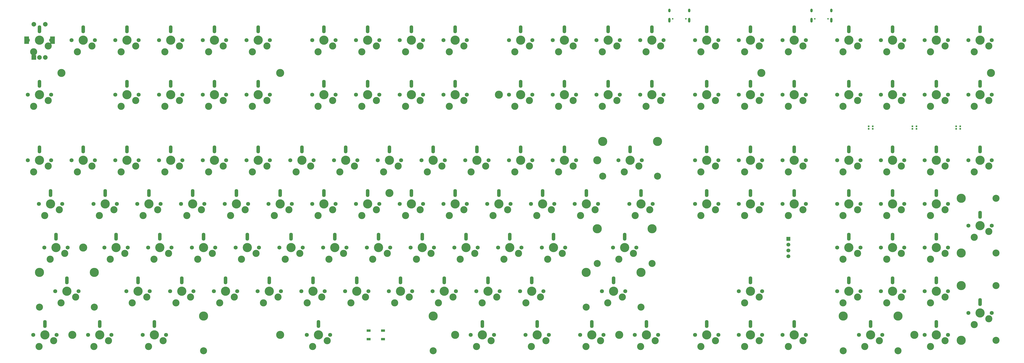
<source format=gbr>
%TF.GenerationSoftware,KiCad,Pcbnew,7.0.3*%
%TF.CreationDate,2023-05-24T16:07:10-04:00*%
%TF.ProjectId,100p-keebored,31303070-2d6b-4656-9562-6f7265642e6b,rev?*%
%TF.SameCoordinates,Original*%
%TF.FileFunction,Soldermask,Top*%
%TF.FilePolarity,Negative*%
%FSLAX46Y46*%
G04 Gerber Fmt 4.6, Leading zero omitted, Abs format (unit mm)*
G04 Created by KiCad (PCBNEW 7.0.3) date 2023-05-24 16:07:10*
%MOMM*%
%LPD*%
G01*
G04 APERTURE LIST*
%ADD10C,1.750000*%
%ADD11C,3.100000*%
%ADD12C,4.000000*%
%ADD13C,3.500000*%
%ADD14R,2.000000X2.000000*%
%ADD15C,2.000000*%
%ADD16R,2.000000X3.200000*%
%ADD17R,0.700000X0.700000*%
%ADD18C,3.048000*%
%ADD19C,3.987800*%
%ADD20R,1.800000X1.100000*%
%ADD21R,1.700000X1.700000*%
%ADD22C,1.700000*%
%ADD23O,1.500000X3.500000*%
%ADD24C,0.650000*%
%ADD25O,1.000000X1.600000*%
%ADD26O,1.000000X2.100000*%
G04 APERTURE END LIST*
D10*
%TO.C,SW10*%
X260731000Y-76504800D03*
D11*
X259461000Y-79044800D03*
D12*
X255651000Y-76504800D03*
D11*
X253111000Y-81584800D03*
D10*
X250571000Y-76504800D03*
%TD*%
%TO.C,SW127*%
X408368500Y-205092300D03*
D11*
X407098500Y-207632300D03*
D12*
X403288500Y-205092300D03*
D11*
X400748500Y-210172300D03*
D10*
X398208500Y-205092300D03*
%TD*%
%TO.C,SW96*%
X334549750Y-166992300D03*
D11*
X333279750Y-169532300D03*
D12*
X329469750Y-166992300D03*
D11*
X326929750Y-172072300D03*
D10*
X324389750Y-166992300D03*
%TD*%
D13*
%TO.C,*%
X317563536Y-128892320D03*
%TD*%
D10*
%TO.C,SW78*%
X389318500Y-147942300D03*
D11*
X388048500Y-150482300D03*
D12*
X384238500Y-147942300D03*
D11*
X381698500Y-153022300D03*
D10*
X379158500Y-147942300D03*
%TD*%
%TO.C,SW115*%
X470281000Y-186042300D03*
D11*
X469011000Y-188582300D03*
D12*
X465201000Y-186042300D03*
D11*
X462661000Y-191122300D03*
D10*
X460121000Y-186042300D03*
%TD*%
%TO.C,SW73*%
X279781000Y-147942300D03*
D11*
X278511000Y-150482300D03*
D12*
X274701000Y-147942300D03*
D11*
X272161000Y-153022300D03*
D10*
X269621000Y-147942300D03*
%TD*%
%TO.C,SW50*%
X232156000Y-128892300D03*
D11*
X230886000Y-131432300D03*
D12*
X227076000Y-128892300D03*
D11*
X224536000Y-133972300D03*
D10*
X221996000Y-128892300D03*
%TD*%
D14*
%TO.C,SW130*%
X72176000Y-84004800D03*
D15*
X77176000Y-84004800D03*
X74676000Y-84004800D03*
D16*
X69076000Y-76504800D03*
X80276000Y-76504800D03*
D15*
X77176000Y-69504800D03*
X72176000Y-69504800D03*
%TD*%
D10*
%TO.C,SW69*%
X203581000Y-147942300D03*
D11*
X202311000Y-150482300D03*
D12*
X198501000Y-147942300D03*
D11*
X195961000Y-153022300D03*
D10*
X193421000Y-147942300D03*
%TD*%
%TO.C,SW19*%
X451231000Y-76504800D03*
D11*
X449961000Y-79044800D03*
D12*
X446151000Y-76504800D03*
D11*
X443611000Y-81584800D03*
D10*
X441071000Y-76504800D03*
%TD*%
%TO.C,SW125*%
X370268500Y-205092300D03*
D11*
X368998500Y-207632300D03*
D12*
X365188500Y-205092300D03*
D11*
X362648500Y-210172300D03*
D10*
X360108500Y-205092300D03*
%TD*%
%TO.C,SW76*%
X341693500Y-147942300D03*
D11*
X340423500Y-150482300D03*
D12*
X336613500Y-147942300D03*
D11*
X334073500Y-153022300D03*
D10*
X331533500Y-147942300D03*
%TD*%
%TO.C,SW4*%
X136906000Y-76504800D03*
D11*
X135636000Y-79044800D03*
D12*
X131826000Y-76504800D03*
D11*
X129286000Y-81584800D03*
D10*
X126746000Y-76504800D03*
%TD*%
D13*
%TO.C,*%
X489013392Y-90792352D03*
%TD*%
D10*
%TO.C,SW51*%
X251206000Y-128892300D03*
D11*
X249936000Y-131432300D03*
D12*
X246126000Y-128892300D03*
D11*
X243586000Y-133972300D03*
D10*
X241046000Y-128892300D03*
%TD*%
%TO.C,SW12*%
X308356000Y-76504800D03*
D11*
X307086000Y-79044800D03*
D12*
X303276000Y-76504800D03*
D11*
X300736000Y-81584800D03*
D10*
X298196000Y-76504800D03*
%TD*%
%TO.C,SW71*%
X241681000Y-147942300D03*
D11*
X240411000Y-150482300D03*
D12*
X236601000Y-147942300D03*
D11*
X234061000Y-153022300D03*
D10*
X231521000Y-147942300D03*
%TD*%
%TO.C,SW126*%
X389318500Y-205092300D03*
D11*
X388048500Y-207632300D03*
D12*
X384238500Y-205092300D03*
D11*
X381698500Y-210172300D03*
D10*
X379158500Y-205092300D03*
%TD*%
%TO.C,SW119*%
X129762250Y-205092300D03*
D11*
X128492250Y-207632300D03*
D12*
X124682250Y-205092300D03*
D11*
X122142250Y-210172300D03*
D10*
X119602250Y-205092300D03*
%TD*%
%TO.C,SW107*%
X236918500Y-186042300D03*
D11*
X235648500Y-188582300D03*
D12*
X231838500Y-186042300D03*
D11*
X229298500Y-191122300D03*
D10*
X226758500Y-186042300D03*
%TD*%
%TO.C,SW27*%
X203581000Y-100317300D03*
D11*
X202311000Y-102857300D03*
D12*
X198501000Y-100317300D03*
D11*
X195961000Y-105397300D03*
D10*
X193421000Y-100317300D03*
%TD*%
%TO.C,SW48*%
X194056000Y-128892300D03*
D11*
X192786000Y-131432300D03*
D12*
X188976000Y-128892300D03*
D11*
X186436000Y-133972300D03*
D10*
X183896000Y-128892300D03*
%TD*%
%TO.C,SW81*%
X451231000Y-147942300D03*
D11*
X449961000Y-150482300D03*
D12*
X446151000Y-147942300D03*
D11*
X443611000Y-153022300D03*
D10*
X441071000Y-147942300D03*
%TD*%
%TO.C,SW24*%
X136906000Y-100317300D03*
D11*
X135636000Y-102857300D03*
D12*
X131826000Y-100317300D03*
D11*
X129286000Y-105397300D03*
D10*
X126746000Y-100317300D03*
%TD*%
%TO.C,SW62*%
X489331000Y-128892300D03*
D11*
X488061000Y-131432300D03*
D12*
X484251000Y-128892300D03*
D11*
X481711000Y-133972300D03*
D10*
X479171000Y-128892300D03*
%TD*%
%TO.C,SW23*%
X117856000Y-100317300D03*
D11*
X116586000Y-102857300D03*
D12*
X112776000Y-100317300D03*
D11*
X110236000Y-105397300D03*
D10*
X107696000Y-100317300D03*
%TD*%
D17*
%TO.C,D131*%
X473810904Y-114054832D03*
X473810904Y-115154832D03*
X475640904Y-115154832D03*
X475640904Y-114054832D03*
%TD*%
D10*
%TO.C,SW88*%
X170243500Y-166992300D03*
D11*
X168973500Y-169532300D03*
D12*
X165163500Y-166992300D03*
D11*
X162623500Y-172072300D03*
D10*
X160083500Y-166992300D03*
%TD*%
%TO.C,SW105*%
X198818500Y-186042300D03*
D11*
X197548500Y-188582300D03*
D12*
X193738500Y-186042300D03*
D11*
X191198500Y-191122300D03*
D10*
X188658500Y-186042300D03*
%TD*%
%TO.C,SW8*%
X222631000Y-76504800D03*
D11*
X221361000Y-79044800D03*
D12*
X217551000Y-76504800D03*
D11*
X215011000Y-81584800D03*
D10*
X212471000Y-76504800D03*
%TD*%
%TO.C,SW117*%
X82137250Y-205092300D03*
D11*
X80867250Y-207632300D03*
D12*
X77057250Y-205092300D03*
D11*
X74517250Y-210172300D03*
D10*
X71977250Y-205092300D03*
%TD*%
%TO.C,SW79*%
X408368500Y-147942300D03*
D11*
X407098500Y-150482300D03*
D12*
X403288500Y-147942300D03*
D11*
X400748500Y-153022300D03*
D10*
X398208500Y-147942300D03*
%TD*%
D13*
%TO.C,*%
X179451152Y-205092256D03*
%TD*%
D10*
%TO.C,SW66*%
X146431000Y-147942300D03*
D11*
X145161000Y-150482300D03*
D12*
X141351000Y-147942300D03*
D11*
X138811000Y-153022300D03*
D10*
X136271000Y-147942300D03*
%TD*%
%TO.C,SW30*%
X260731000Y-100317300D03*
D11*
X259461000Y-102857300D03*
D12*
X255651000Y-100317300D03*
D11*
X253111000Y-105397300D03*
D10*
X250571000Y-100317300D03*
%TD*%
%TO.C,SW87*%
X151193500Y-166992300D03*
D11*
X149923500Y-169532300D03*
D12*
X146113500Y-166992300D03*
D11*
X143573500Y-172072300D03*
D10*
X141033500Y-166992300D03*
%TD*%
D13*
%TO.C,*%
X84201232Y-90792352D03*
%TD*%
D10*
%TO.C,SW68*%
X184531000Y-147942300D03*
D11*
X183261000Y-150482300D03*
D12*
X179451000Y-147942300D03*
D11*
X176911000Y-153022300D03*
D10*
X174371000Y-147942300D03*
%TD*%
%TO.C,SW15*%
X370268500Y-76504800D03*
D11*
X368998500Y-79044800D03*
D12*
X365188500Y-76504800D03*
D11*
X362648500Y-81584800D03*
D10*
X360108500Y-76504800D03*
%TD*%
%TO.C,SW25*%
X155956000Y-100317300D03*
D11*
X154686000Y-102857300D03*
D12*
X150876000Y-100317300D03*
D11*
X148336000Y-105397300D03*
D10*
X145796000Y-100317300D03*
%TD*%
%TO.C,SW89*%
X189293500Y-166992300D03*
D11*
X188023500Y-169532300D03*
D12*
X184213500Y-166992300D03*
D11*
X181673500Y-172072300D03*
D10*
X179133500Y-166992300D03*
%TD*%
%TO.C,SW39*%
X451231000Y-100317300D03*
D11*
X449961000Y-102857300D03*
D12*
X446151000Y-100317300D03*
D11*
X443611000Y-105397300D03*
D10*
X441071000Y-100317300D03*
%TD*%
%TO.C,SW102*%
X141668500Y-186042300D03*
D11*
X140398500Y-188582300D03*
D12*
X136588500Y-186042300D03*
D11*
X134048500Y-191122300D03*
D10*
X131508500Y-186042300D03*
%TD*%
%TO.C,SW70*%
X222631000Y-147942300D03*
D11*
X221361000Y-150482300D03*
D12*
X217551000Y-147942300D03*
D11*
X215011000Y-153022300D03*
D10*
X212471000Y-147942300D03*
%TD*%
D13*
%TO.C,*%
X274701072Y-100317344D03*
%TD*%
D10*
%TO.C,SW77*%
X370268500Y-147942300D03*
D11*
X368998500Y-150482300D03*
D12*
X365188500Y-147942300D03*
D11*
X362648500Y-153022300D03*
D10*
X360108500Y-147942300D03*
%TD*%
%TO.C,SW59*%
X432181000Y-128892300D03*
D11*
X430911000Y-131432300D03*
D12*
X427101000Y-128892300D03*
D11*
X424561000Y-133972300D03*
D10*
X422021000Y-128892300D03*
%TD*%
D18*
%TO.C,REF\u002A\u002A*%
X491236000Y-183629300D03*
D19*
X476026000Y-183629300D03*
D18*
X491236000Y-207505300D03*
D19*
X476026000Y-207505300D03*
%TD*%
D10*
%TO.C,SW114*%
X451231000Y-186042300D03*
D11*
X449961000Y-188582300D03*
D12*
X446151000Y-186042300D03*
D11*
X443611000Y-191122300D03*
D10*
X441071000Y-186042300D03*
%TD*%
%TO.C,SW11*%
X289306000Y-76504800D03*
D11*
X288036000Y-79044800D03*
D12*
X284226000Y-76504800D03*
D11*
X281686000Y-81584800D03*
D10*
X279146000Y-76504800D03*
%TD*%
%TO.C,SW22*%
X79756000Y-100317300D03*
D11*
X78486000Y-102857300D03*
D12*
X74676000Y-100317300D03*
D11*
X72136000Y-105397300D03*
D10*
X69596000Y-100317300D03*
%TD*%
%TO.C,SW61*%
X470281000Y-128892300D03*
D11*
X469011000Y-131432300D03*
D12*
X465201000Y-128892300D03*
D11*
X462661000Y-133972300D03*
D10*
X460121000Y-128892300D03*
%TD*%
%TO.C,SW6*%
X175006000Y-76504800D03*
D11*
X173736000Y-79044800D03*
D12*
X169926000Y-76504800D03*
D11*
X167386000Y-81584800D03*
D10*
X164846000Y-76504800D03*
%TD*%
%TO.C,SW97*%
X432181000Y-166992300D03*
D11*
X430911000Y-169532300D03*
D12*
X427101000Y-166992300D03*
D11*
X424561000Y-172072300D03*
D10*
X422021000Y-166992300D03*
%TD*%
%TO.C,SW21*%
X489331000Y-76504800D03*
D11*
X488061000Y-79044800D03*
D12*
X484251000Y-76504800D03*
D11*
X481711000Y-81584800D03*
D10*
X479171000Y-76504800D03*
%TD*%
%TO.C,SW29*%
X241681000Y-100317300D03*
D11*
X240411000Y-102857300D03*
D12*
X236601000Y-100317300D03*
D11*
X234061000Y-105397300D03*
D10*
X231521000Y-100317300D03*
%TD*%
%TO.C,SW63*%
X84518500Y-147942300D03*
D11*
X83248500Y-150482300D03*
D12*
X79438500Y-147942300D03*
D11*
X76898500Y-153022300D03*
D10*
X74358500Y-147942300D03*
%TD*%
%TO.C,SW124*%
X344074750Y-205092300D03*
D11*
X342804750Y-207632300D03*
D12*
X338994750Y-205092300D03*
D11*
X336454750Y-210172300D03*
D10*
X333914750Y-205092300D03*
%TD*%
%TO.C,SW17*%
X408368500Y-76504800D03*
D11*
X407098500Y-79044800D03*
D12*
X403288500Y-76504800D03*
D11*
X400748500Y-81584800D03*
D10*
X398208500Y-76504800D03*
%TD*%
%TO.C,SW49*%
X213106000Y-128892300D03*
D11*
X211836000Y-131432300D03*
D12*
X208026000Y-128892300D03*
D11*
X205486000Y-133972300D03*
D10*
X202946000Y-128892300D03*
%TD*%
D13*
%TO.C,*%
X327088528Y-205092256D03*
%TD*%
D10*
%TO.C,SW122*%
X296449750Y-205092300D03*
D11*
X295179750Y-207632300D03*
D12*
X291369750Y-205092300D03*
D11*
X288829750Y-210172300D03*
D10*
X286289750Y-205092300D03*
%TD*%
%TO.C,SW16*%
X389318500Y-76504800D03*
D11*
X388048500Y-79044800D03*
D12*
X384238500Y-76504800D03*
D11*
X381698500Y-81584800D03*
D10*
X379158500Y-76504800D03*
%TD*%
%TO.C,SW120*%
X201199750Y-205092300D03*
D11*
X199929750Y-207632300D03*
D12*
X196119750Y-205092300D03*
D11*
X193579750Y-210172300D03*
D10*
X191039750Y-205092300D03*
%TD*%
D18*
%TO.C,REF\u002A\u002A*%
X491236000Y-145529300D03*
D19*
X476026000Y-145529300D03*
D18*
X491236000Y-169405300D03*
D19*
X476026000Y-169405300D03*
%TD*%
D10*
%TO.C,SW26*%
X175006000Y-100317300D03*
D11*
X173736000Y-102857300D03*
D12*
X169926000Y-100317300D03*
D11*
X167386000Y-105397300D03*
D10*
X164846000Y-100317300D03*
%TD*%
D18*
%TO.C,REF\u002A\u002A*%
X246119600Y-212077156D03*
D19*
X246119600Y-196867156D03*
D18*
X146119600Y-212077156D03*
D19*
X146119600Y-196867156D03*
%TD*%
D10*
%TO.C,SW82*%
X470281000Y-147942300D03*
D11*
X469011000Y-150482300D03*
D12*
X465201000Y-147942300D03*
D11*
X462661000Y-153022300D03*
D10*
X460121000Y-147942300D03*
%TD*%
%TO.C,SW58*%
X408368500Y-128892300D03*
D11*
X407098500Y-131432300D03*
D12*
X403288500Y-128892300D03*
D11*
X400748500Y-133972300D03*
D10*
X398208500Y-128892300D03*
%TD*%
%TO.C,SW86*%
X132143500Y-166992300D03*
D11*
X130873500Y-169532300D03*
D12*
X127063500Y-166992300D03*
D11*
X124523500Y-172072300D03*
D10*
X121983500Y-166992300D03*
%TD*%
%TO.C,SW84*%
X86899750Y-166992300D03*
D11*
X85629750Y-169532300D03*
D12*
X81819750Y-166992300D03*
D11*
X79279750Y-172072300D03*
D10*
X76739750Y-166992300D03*
%TD*%
%TO.C,SW37*%
X408368500Y-100317300D03*
D11*
X407098500Y-102857300D03*
D12*
X403288500Y-100317300D03*
D11*
X400748500Y-105397300D03*
D10*
X398208500Y-100317300D03*
%TD*%
%TO.C,SW90*%
X208343500Y-166992300D03*
D11*
X207073500Y-169532300D03*
D12*
X203263500Y-166992300D03*
D11*
X200723500Y-172072300D03*
D10*
X198183500Y-166992300D03*
%TD*%
%TO.C,SW9*%
X241681000Y-76504800D03*
D11*
X240411000Y-79044800D03*
D12*
X236601000Y-76504800D03*
D11*
X234061000Y-81584800D03*
D10*
X231521000Y-76504800D03*
%TD*%
%TO.C,SW18*%
X432181000Y-76504800D03*
D11*
X430911000Y-79044800D03*
D12*
X427101000Y-76504800D03*
D11*
X424561000Y-81584800D03*
D10*
X422021000Y-76504800D03*
%TD*%
%TO.C,SW35*%
X370268500Y-100317300D03*
D11*
X368998500Y-102857300D03*
D12*
X365188500Y-100317300D03*
D11*
X362648500Y-105397300D03*
D10*
X360108500Y-100317300D03*
%TD*%
D18*
%TO.C,REF\u002A\u002A*%
X343789000Y-135877300D03*
D19*
X343789000Y-120667300D03*
D18*
X319913000Y-135877300D03*
D19*
X319913000Y-120667300D03*
%TD*%
D10*
%TO.C,SW34*%
X346456000Y-100317300D03*
D11*
X345186000Y-102857300D03*
D12*
X341376000Y-100317300D03*
D11*
X338836000Y-105397300D03*
D10*
X336296000Y-100317300D03*
%TD*%
%TO.C,SW121*%
X272637250Y-205092300D03*
D11*
X271367250Y-207632300D03*
D12*
X267557250Y-205092300D03*
D11*
X265017250Y-210172300D03*
D10*
X262477250Y-205092300D03*
%TD*%
%TO.C,SW46*%
X155956000Y-128892300D03*
D11*
X154686000Y-131432300D03*
D12*
X150876000Y-128892300D03*
D11*
X148336000Y-133972300D03*
D10*
X145796000Y-128892300D03*
%TD*%
%TO.C,SW74*%
X298831000Y-147942300D03*
D11*
X297561000Y-150482300D03*
D12*
X293751000Y-147942300D03*
D11*
X291211000Y-153022300D03*
D10*
X288671000Y-147942300D03*
%TD*%
D18*
%TO.C,REF\u002A\u002A*%
X341407750Y-173977300D03*
D19*
X341407750Y-158767300D03*
D18*
X317531750Y-173977300D03*
D19*
X317531750Y-158767300D03*
%TD*%
D18*
%TO.C,REF\u002A\u002A*%
X448564000Y-212077300D03*
D19*
X448564000Y-196867300D03*
D18*
X424688000Y-212077300D03*
D19*
X424688000Y-196867300D03*
%TD*%
D10*
%TO.C,SW47*%
X175006000Y-128892300D03*
D11*
X173736000Y-131432300D03*
D12*
X169926000Y-128892300D03*
D11*
X167386000Y-133972300D03*
D10*
X164846000Y-128892300D03*
%TD*%
%TO.C,SW80*%
X432181000Y-147942300D03*
D11*
X430911000Y-150482300D03*
D12*
X427101000Y-147942300D03*
D11*
X424561000Y-153022300D03*
D10*
X422021000Y-147942300D03*
%TD*%
%TO.C,SW32*%
X308356000Y-100317300D03*
D11*
X307086000Y-102857300D03*
D12*
X303276000Y-100317300D03*
D11*
X300736000Y-105397300D03*
D10*
X298196000Y-100317300D03*
%TD*%
%TO.C,SW110*%
X294068500Y-186042300D03*
D11*
X292798500Y-188582300D03*
D12*
X288988500Y-186042300D03*
D11*
X286448500Y-191122300D03*
D10*
X283908500Y-186042300D03*
%TD*%
D13*
%TO.C,*%
X88963728Y-205092256D03*
%TD*%
D10*
%TO.C,SW2*%
X98806000Y-76504800D03*
D11*
X97536000Y-79044800D03*
D12*
X93726000Y-76504800D03*
D11*
X91186000Y-81584800D03*
D10*
X88646000Y-76504800D03*
%TD*%
%TO.C,SW129*%
X470281000Y-205092300D03*
D11*
X469011000Y-207632300D03*
D12*
X465201000Y-205092300D03*
D11*
X462661000Y-210172300D03*
D10*
X460121000Y-205092300D03*
%TD*%
D17*
%TO.C,D132*%
X454760920Y-114054832D03*
X454760920Y-115154832D03*
X456590920Y-115154832D03*
X456590920Y-114054832D03*
%TD*%
D10*
%TO.C,SW123*%
X320262250Y-205092300D03*
D11*
X318992250Y-207632300D03*
D12*
X315182250Y-205092300D03*
D11*
X312642250Y-210172300D03*
D10*
X310102250Y-205092300D03*
%TD*%
%TO.C,SW98*%
X451231000Y-166992300D03*
D11*
X449961000Y-169532300D03*
D12*
X446151000Y-166992300D03*
D11*
X443611000Y-172072300D03*
D10*
X441071000Y-166992300D03*
%TD*%
D18*
%TO.C,REF\u002A\u002A*%
X98520192Y-193027172D03*
D19*
X98520192Y-177817172D03*
D18*
X74644192Y-193027172D03*
D19*
X74644192Y-177817172D03*
%TD*%
D18*
%TO.C,REF\u002A\u002A*%
X336645250Y-193027300D03*
D19*
X336645250Y-177817300D03*
D18*
X312769250Y-193027300D03*
D19*
X312769250Y-177817300D03*
%TD*%
D10*
%TO.C,SW95*%
X303593500Y-166992300D03*
D11*
X302323500Y-169532300D03*
D12*
X298513500Y-166992300D03*
D11*
X295973500Y-172072300D03*
D10*
X293433500Y-166992300D03*
%TD*%
%TO.C,SW14*%
X346456000Y-76504800D03*
D11*
X345186000Y-79044800D03*
D12*
X341376000Y-76504800D03*
D11*
X338836000Y-81584800D03*
D10*
X336296000Y-76504800D03*
%TD*%
%TO.C,SW57*%
X389318500Y-128892300D03*
D11*
X388048500Y-131432300D03*
D12*
X384238500Y-128892300D03*
D11*
X381698500Y-133972300D03*
D10*
X379158500Y-128892300D03*
%TD*%
%TO.C,SW104*%
X179768500Y-186042300D03*
D11*
X178498500Y-188582300D03*
D12*
X174688500Y-186042300D03*
D11*
X172148500Y-191122300D03*
D10*
X169608500Y-186042300D03*
%TD*%
D13*
%TO.C,*%
X455675920Y-205092256D03*
%TD*%
D10*
%TO.C,SW13*%
X327406000Y-76504800D03*
D11*
X326136000Y-79044800D03*
D12*
X322326000Y-76504800D03*
D11*
X319786000Y-81584800D03*
D10*
X317246000Y-76504800D03*
%TD*%
%TO.C,SW112*%
X389318480Y-186042272D03*
D11*
X388048480Y-188582272D03*
D12*
X384238480Y-186042272D03*
D11*
X381698480Y-191122272D03*
D10*
X379158480Y-186042272D03*
%TD*%
%TO.C,SW100*%
X91662250Y-186042300D03*
D11*
X90392250Y-188582300D03*
D12*
X86582250Y-186042300D03*
D11*
X84042250Y-191122300D03*
D10*
X81502250Y-186042300D03*
%TD*%
D13*
%TO.C,*%
X93726224Y-166992288D03*
%TD*%
D10*
%TO.C,SW99*%
X470281000Y-166992300D03*
D11*
X469011000Y-169532300D03*
D12*
X465201000Y-166992300D03*
D11*
X462661000Y-172072300D03*
D10*
X460121000Y-166992300D03*
%TD*%
D17*
%TO.C,D133*%
X435710936Y-114054832D03*
X435710936Y-115154832D03*
X437540936Y-115154832D03*
X437540936Y-114054832D03*
%TD*%
D10*
%TO.C,SW45*%
X136906000Y-128892300D03*
D11*
X135636000Y-131432300D03*
D12*
X131826000Y-128892300D03*
D11*
X129286000Y-133972300D03*
D10*
X126746000Y-128892300D03*
%TD*%
%TO.C,SW5*%
X155956000Y-76504800D03*
D11*
X154686000Y-79044800D03*
D12*
X150876000Y-76504800D03*
D11*
X148336000Y-81584800D03*
D10*
X145796000Y-76504800D03*
%TD*%
%TO.C,SW94*%
X284543500Y-166992300D03*
D11*
X283273500Y-169532300D03*
D12*
X279463500Y-166992300D03*
D11*
X276923500Y-172072300D03*
D10*
X274383500Y-166992300D03*
%TD*%
%TO.C,SW101*%
X122618500Y-186042300D03*
D11*
X121348500Y-188582300D03*
D12*
X117538500Y-186042300D03*
D11*
X114998500Y-191122300D03*
D10*
X112458500Y-186042300D03*
%TD*%
D13*
%TO.C,*%
X227076112Y-143179808D03*
%TD*%
D10*
%TO.C,SW56*%
X370268500Y-128892300D03*
D11*
X368998500Y-131432300D03*
D12*
X365188500Y-128892300D03*
D11*
X362648500Y-133972300D03*
D10*
X360108500Y-128892300D03*
%TD*%
%TO.C,SW28*%
X222631000Y-100317300D03*
D11*
X221361000Y-102857300D03*
D12*
X217551000Y-100317300D03*
D11*
X215011000Y-105397300D03*
D10*
X212471000Y-100317300D03*
%TD*%
%TO.C,SW43*%
X98806000Y-128892300D03*
D11*
X97536000Y-131432300D03*
D12*
X93726000Y-128892300D03*
D11*
X91186000Y-133972300D03*
D10*
X88646000Y-128892300D03*
%TD*%
%TO.C,SW31*%
X289306000Y-100317300D03*
D11*
X288036000Y-102857300D03*
D12*
X284226000Y-100317300D03*
D11*
X281686000Y-105397300D03*
D10*
X279146000Y-100317300D03*
%TD*%
%TO.C,SW52*%
X270256000Y-128892300D03*
D11*
X268986000Y-131432300D03*
D12*
X265176000Y-128892300D03*
D11*
X262636000Y-133972300D03*
D10*
X260096000Y-128892300D03*
%TD*%
%TO.C,SW103*%
X160718500Y-186042300D03*
D11*
X159448500Y-188582300D03*
D12*
X155638500Y-186042300D03*
D11*
X153098500Y-191122300D03*
D10*
X150558500Y-186042300D03*
%TD*%
%TO.C,SW91*%
X227393500Y-166992300D03*
D11*
X226123500Y-169532300D03*
D12*
X222313500Y-166992300D03*
D11*
X219773500Y-172072300D03*
D10*
X217233500Y-166992300D03*
%TD*%
%TO.C,SW36*%
X389318500Y-100317300D03*
D11*
X388048500Y-102857300D03*
D12*
X384238500Y-100317300D03*
D11*
X381698500Y-105397300D03*
D10*
X379158500Y-100317300D03*
%TD*%
%TO.C,SW44*%
X117856000Y-128892300D03*
D11*
X116586000Y-131432300D03*
D12*
X112776000Y-128892300D03*
D11*
X110236000Y-133972300D03*
D10*
X107696000Y-128892300D03*
%TD*%
%TO.C,SW111*%
X329787250Y-186042300D03*
D11*
X328517250Y-188582300D03*
D12*
X324707250Y-186042300D03*
D11*
X322167250Y-191122300D03*
D10*
X319627250Y-186042300D03*
%TD*%
%TO.C,SW85*%
X113093500Y-166992300D03*
D11*
X111823500Y-169532300D03*
D12*
X108013500Y-166992300D03*
D11*
X105473500Y-172072300D03*
D10*
X102933500Y-166992300D03*
%TD*%
D13*
%TO.C,*%
X389000976Y-90792352D03*
%TD*%
D10*
%TO.C,SW54*%
X308356000Y-128892300D03*
D11*
X307086000Y-131432300D03*
D12*
X303276000Y-128892300D03*
D11*
X300736000Y-133972300D03*
D10*
X298196000Y-128892300D03*
%TD*%
%TO.C,SW41*%
X489331000Y-100317300D03*
D11*
X488061000Y-102857300D03*
D12*
X484251000Y-100317300D03*
D11*
X481711000Y-105397300D03*
D10*
X479171000Y-100317300D03*
%TD*%
%TO.C,SW93*%
X265493500Y-166992300D03*
D11*
X264223500Y-169532300D03*
D12*
X260413500Y-166992300D03*
D11*
X257873500Y-172072300D03*
D10*
X255333500Y-166992300D03*
%TD*%
%TO.C,SW118*%
X105949750Y-205092300D03*
D11*
X104679750Y-207632300D03*
D12*
X100869750Y-205092300D03*
D11*
X98329750Y-210172300D03*
D10*
X95789750Y-205092300D03*
%TD*%
%TO.C,SW75*%
X317881000Y-147942300D03*
D11*
X316611000Y-150482300D03*
D12*
X312801000Y-147942300D03*
D11*
X310261000Y-153022300D03*
D10*
X307721000Y-147942300D03*
%TD*%
D13*
%TO.C,*%
X179451152Y-90792352D03*
%TD*%
D10*
%TO.C,SW55*%
X336931000Y-128892300D03*
D11*
X335661000Y-131432300D03*
D12*
X331851000Y-128892300D03*
D11*
X329311000Y-133972300D03*
D10*
X326771000Y-128892300D03*
%TD*%
%TO.C,SW42*%
X79756000Y-128892300D03*
D11*
X78486000Y-131432300D03*
D12*
X74676000Y-128892300D03*
D11*
X72136000Y-133972300D03*
D10*
X69596000Y-128892300D03*
%TD*%
%TO.C,SW109*%
X275018500Y-186042300D03*
D11*
X273748500Y-188582300D03*
D12*
X269938500Y-186042300D03*
D11*
X267398500Y-191122300D03*
D10*
X264858500Y-186042300D03*
%TD*%
%TO.C,SW83*%
X489331000Y-157467300D03*
D11*
X488061000Y-160007300D03*
D12*
X484251000Y-157467300D03*
D11*
X481711000Y-162547300D03*
D10*
X479171000Y-157467300D03*
%TD*%
%TO.C,SW72*%
X260731000Y-147942300D03*
D11*
X259461000Y-150482300D03*
D12*
X255651000Y-147942300D03*
D11*
X253111000Y-153022300D03*
D10*
X250571000Y-147942300D03*
%TD*%
%TO.C,SW20*%
X470281000Y-76504800D03*
D11*
X469011000Y-79044800D03*
D12*
X465201000Y-76504800D03*
D11*
X462661000Y-81584800D03*
D10*
X460121000Y-76504800D03*
%TD*%
%TO.C,SW128*%
X441706000Y-205092300D03*
D11*
X440436000Y-207632300D03*
D12*
X436626000Y-205092300D03*
D11*
X434086000Y-210172300D03*
D10*
X431546000Y-205092300D03*
%TD*%
%TO.C,SW67*%
X165481000Y-147942300D03*
D11*
X164211000Y-150482300D03*
D12*
X160401000Y-147942300D03*
D11*
X157861000Y-153022300D03*
D10*
X155321000Y-147942300D03*
%TD*%
%TO.C,SW53*%
X289306000Y-128892300D03*
D11*
X288036000Y-131432300D03*
D12*
X284226000Y-128892300D03*
D11*
X281686000Y-133972300D03*
D10*
X279146000Y-128892300D03*
%TD*%
%TO.C,SW92*%
X246443500Y-166992300D03*
D11*
X245173500Y-169532300D03*
D12*
X241363500Y-166992300D03*
D11*
X238823500Y-172072300D03*
D10*
X236283500Y-166992300D03*
%TD*%
%TO.C,SW108*%
X255968500Y-186042300D03*
D11*
X254698500Y-188582300D03*
D12*
X250888500Y-186042300D03*
D11*
X248348500Y-191122300D03*
D10*
X245808500Y-186042300D03*
%TD*%
%TO.C,SW1*%
X79756000Y-76504800D03*
D11*
X78486000Y-79044800D03*
D12*
X74676000Y-76504800D03*
D11*
X72136000Y-81584800D03*
D10*
X69596000Y-76504800D03*
%TD*%
%TO.C,SW3*%
X117856000Y-76504800D03*
D11*
X116586000Y-79044800D03*
D12*
X112776000Y-76504800D03*
D11*
X110236000Y-81584800D03*
D10*
X107696000Y-76504800D03*
%TD*%
%TO.C,SW113*%
X432181000Y-186042300D03*
D11*
X430911000Y-188582300D03*
D12*
X427101000Y-186042300D03*
D11*
X424561000Y-191122300D03*
D10*
X422021000Y-186042300D03*
%TD*%
%TO.C,SW65*%
X127381000Y-147942300D03*
D11*
X126111000Y-150482300D03*
D12*
X122301000Y-147942300D03*
D11*
X119761000Y-153022300D03*
D10*
X117221000Y-147942300D03*
%TD*%
%TO.C,SW60*%
X451231000Y-128892300D03*
D11*
X449961000Y-131432300D03*
D12*
X446151000Y-128892300D03*
D11*
X443611000Y-133972300D03*
D10*
X441071000Y-128892300D03*
%TD*%
%TO.C,SW33*%
X327406000Y-100317300D03*
D11*
X326136000Y-102857300D03*
D12*
X322326000Y-100317300D03*
D11*
X319786000Y-105397300D03*
D10*
X317246000Y-100317300D03*
%TD*%
%TO.C,SW64*%
X108331000Y-147942300D03*
D11*
X107061000Y-150482300D03*
D12*
X103251000Y-147942300D03*
D11*
X100711000Y-153022300D03*
D10*
X98171000Y-147942300D03*
%TD*%
D20*
%TO.C,SW200*%
X218022704Y-203242156D03*
X224222704Y-203242156D03*
X218022704Y-206942156D03*
X224222704Y-206942156D03*
%TD*%
D21*
%TO.C,J4*%
X400748160Y-163182144D03*
D22*
X400748160Y-165722144D03*
X400748160Y-168262144D03*
X400748160Y-170802144D03*
%TD*%
D10*
%TO.C,SW40*%
X470281000Y-100317300D03*
D11*
X469011000Y-102857300D03*
D12*
X465201000Y-100317300D03*
D11*
X462661000Y-105397300D03*
D10*
X460121000Y-100317300D03*
%TD*%
D13*
%TO.C,*%
X255651088Y-205092256D03*
%TD*%
D10*
%TO.C,SW116*%
X489331000Y-195567300D03*
D11*
X488061000Y-198107300D03*
D12*
X484251000Y-195567300D03*
D11*
X481711000Y-200647300D03*
D10*
X479171000Y-195567300D03*
%TD*%
%TO.C,SW106*%
X217868500Y-186042300D03*
D11*
X216598500Y-188582300D03*
D12*
X212788500Y-186042300D03*
D11*
X210248500Y-191122300D03*
D10*
X207708500Y-186042300D03*
%TD*%
%TO.C,SW38*%
X432181000Y-100317300D03*
D11*
X430911000Y-102857300D03*
D12*
X427101000Y-100317300D03*
D11*
X424561000Y-105397300D03*
D10*
X422021000Y-100317300D03*
%TD*%
%TO.C,SW7*%
X203581000Y-76504800D03*
D11*
X202311000Y-79044800D03*
D12*
X198501000Y-76504800D03*
D11*
X195961000Y-81584800D03*
D10*
X193421000Y-76504800D03*
%TD*%
D23*
%TO.C,D250*%
X227075792Y-124129680D03*
%TD*%
%TO.C,D230*%
X322325712Y-95554704D03*
%TD*%
%TO.C,D206*%
X169925840Y-71742224D03*
%TD*%
%TO.C,D312*%
X174688336Y-181279632D03*
%TD*%
%TO.C,D301*%
X465200592Y-181279632D03*
%TD*%
%TO.C,D204*%
X131825872Y-71742224D03*
%TD*%
%TO.C,D260*%
X446150608Y-124129680D03*
%TD*%
%TO.C,D228*%
X365188176Y-95554704D03*
%TD*%
%TO.C,D274*%
X255650768Y-143179664D03*
%TD*%
%TO.C,D286*%
X127063376Y-162229648D03*
%TD*%
%TO.C,D324*%
X338994448Y-200329616D03*
%TD*%
%TO.C,D246*%
X150875856Y-124129680D03*
%TD*%
%TO.C,D242*%
X74675920Y-124129680D03*
%TD*%
%TO.C,D292*%
X241363280Y-162229648D03*
%TD*%
%TO.C,D305*%
X324706960Y-181279632D03*
%TD*%
%TO.C,D236*%
X198500816Y-95554704D03*
%TD*%
%TO.C,D304*%
X384238160Y-181279632D03*
%TD*%
%TO.C,D275*%
X236600784Y-143179664D03*
%TD*%
%TO.C,D279*%
X160400848Y-143179664D03*
%TD*%
%TO.C,D262*%
X484250576Y-124129680D03*
%TD*%
%TO.C,D257*%
X384238160Y-124129680D03*
%TD*%
%TO.C,D291*%
X222313296Y-162229648D03*
%TD*%
%TO.C,D270*%
X336613200Y-143179664D03*
%TD*%
%TO.C,D232*%
X284225744Y-95554704D03*
%TD*%
%TO.C,D220*%
X465200592Y-71742224D03*
%TD*%
%TO.C,D217*%
X403288144Y-71742224D03*
%TD*%
%TO.C,D272*%
X293750736Y-143179664D03*
%TD*%
%TO.C,D327*%
X403288144Y-200329616D03*
%TD*%
%TO.C,D245*%
X131825872Y-124129680D03*
%TD*%
%TO.C,D240*%
X112775888Y-95554704D03*
%TD*%
%TO.C,D252*%
X265175760Y-124129680D03*
%TD*%
%TO.C,D306*%
X288988240Y-181279632D03*
%TD*%
%TO.C,D303*%
X427100624Y-181279632D03*
%TD*%
%TO.C,D293*%
X260413264Y-162229648D03*
%TD*%
%TO.C,D244*%
X112775888Y-124129680D03*
%TD*%
%TO.C,D202*%
X93725936Y-71742224D03*
%TD*%
%TO.C,D264*%
X465200592Y-143179664D03*
%TD*%
%TO.C,D307*%
X269938256Y-181279632D03*
%TD*%
%TO.C,D226*%
X403288144Y-95554704D03*
%TD*%
%TO.C,D205*%
X150875856Y-71742224D03*
%TD*%
%TO.C,D247*%
X169925840Y-124129680D03*
%TD*%
%TO.C,D266*%
X427100624Y-143179664D03*
%TD*%
%TO.C,D224*%
X446150608Y-95554704D03*
%TD*%
%TO.C,D223*%
X465200592Y-95554704D03*
%TD*%
%TO.C,D271*%
X312800720Y-143179664D03*
%TD*%
%TO.C,D248*%
X188975824Y-124129680D03*
%TD*%
%TO.C,D269*%
X365188176Y-143179664D03*
%TD*%
%TO.C,D325*%
X365188176Y-200329616D03*
%TD*%
%TO.C,D309*%
X231838288Y-181279632D03*
%TD*%
%TO.C,D315*%
X117538384Y-181279632D03*
%TD*%
%TO.C,D208*%
X217550800Y-71742224D03*
%TD*%
%TO.C,D254*%
X303275728Y-124129680D03*
%TD*%
%TO.C,D258*%
X403288144Y-124129680D03*
%TD*%
%TO.C,D233*%
X255650768Y-95554704D03*
%TD*%
%TO.C,D294*%
X279463248Y-162229648D03*
%TD*%
%TO.C,D243*%
X93725904Y-124129680D03*
%TD*%
%TO.C,D253*%
X284225744Y-124129680D03*
%TD*%
%TO.C,D207*%
X198500816Y-71742224D03*
%TD*%
%TO.C,D231*%
X303275728Y-95554704D03*
%TD*%
%TO.C,D326*%
X384238160Y-200329616D03*
%TD*%
%TO.C,D280*%
X141350864Y-143179664D03*
%TD*%
%TO.C,D316*%
X86582160Y-181279632D03*
%TD*%
%TO.C,D218*%
X427100624Y-71742224D03*
%TD*%
%TO.C,D267*%
X403288144Y-143179664D03*
%TD*%
%TO.C,D238*%
X150875856Y-95554704D03*
%TD*%
%TO.C,D314*%
X136588368Y-181279632D03*
%TD*%
D24*
%TO.C,J3*%
X412304750Y-67198550D03*
X418084750Y-67198550D03*
D25*
X410874750Y-63548550D03*
D26*
X410874750Y-67728550D03*
D25*
X419514750Y-63548550D03*
D26*
X419514750Y-67728550D03*
%TD*%
D23*
%TO.C,D290*%
X203263312Y-162229648D03*
%TD*%
%TO.C,D319*%
X124682128Y-200329616D03*
%TD*%
%TO.C,D329*%
X465200592Y-200329616D03*
%TD*%
%TO.C,D237*%
X169925840Y-95554704D03*
%TD*%
%TO.C,D299*%
X465200592Y-162229648D03*
%TD*%
%TO.C,D235*%
X217550800Y-95554704D03*
%TD*%
%TO.C,D277*%
X198500816Y-143179664D03*
%TD*%
%TO.C,D212*%
X303275728Y-71742224D03*
%TD*%
%TO.C,D310*%
X212788304Y-181279632D03*
%TD*%
%TO.C,D289*%
X184213328Y-162229648D03*
%TD*%
%TO.C,D259*%
X427100624Y-124129680D03*
%TD*%
D24*
%TO.C,J2*%
X350392250Y-67198550D03*
X356172250Y-67198550D03*
D25*
X348962250Y-63548550D03*
D26*
X348962250Y-67728550D03*
D25*
X357602250Y-63548550D03*
D26*
X357602250Y-67728550D03*
%TD*%
D23*
%TO.C,D216*%
X384238160Y-71742224D03*
%TD*%
%TO.C,D263*%
X484250576Y-152704656D03*
%TD*%
%TO.C,D311*%
X193738320Y-181279632D03*
%TD*%
%TO.C,D215*%
X365188176Y-71742224D03*
%TD*%
%TO.C,D297*%
X427100624Y-162229648D03*
%TD*%
%TO.C,D201*%
X74675920Y-71742224D03*
%TD*%
%TO.C,D285*%
X108013392Y-162229648D03*
%TD*%
%TO.C,D273*%
X274700752Y-143179664D03*
%TD*%
%TO.C,D322*%
X291369488Y-200329616D03*
%TD*%
%TO.C,D296*%
X329469456Y-162229648D03*
%TD*%
%TO.C,D203*%
X112775888Y-71742224D03*
%TD*%
%TO.C,D227*%
X384238160Y-95554704D03*
%TD*%
%TO.C,D225*%
X427100624Y-95554704D03*
%TD*%
%TO.C,D328*%
X436625616Y-200329616D03*
%TD*%
%TO.C,D281*%
X122300880Y-143179664D03*
%TD*%
%TO.C,D268*%
X384238160Y-143179664D03*
%TD*%
%TO.C,D313*%
X155638352Y-181279632D03*
%TD*%
%TO.C,D249*%
X208025808Y-124129680D03*
%TD*%
%TO.C,D302*%
X446150608Y-181279632D03*
%TD*%
%TO.C,D211*%
X284225744Y-71742224D03*
%TD*%
%TO.C,D317*%
X77057168Y-200329616D03*
%TD*%
%TO.C,D209*%
X236600784Y-71742224D03*
%TD*%
%TO.C,D222*%
X484250576Y-95554704D03*
%TD*%
%TO.C,D283*%
X79438416Y-143179664D03*
%TD*%
%TO.C,D229*%
X341375696Y-95554704D03*
%TD*%
%TO.C,D251*%
X246125776Y-124129680D03*
%TD*%
%TO.C,D221*%
X484250576Y-71742224D03*
%TD*%
%TO.C,D265*%
X446150608Y-143179664D03*
%TD*%
%TO.C,D241*%
X74675920Y-95554704D03*
%TD*%
%TO.C,D214*%
X341375696Y-71742224D03*
%TD*%
%TO.C,D318*%
X100869648Y-200329616D03*
%TD*%
%TO.C,D234*%
X236600784Y-95554704D03*
%TD*%
%TO.C,D276*%
X217550800Y-143179664D03*
%TD*%
%TO.C,D256*%
X365188176Y-124129680D03*
%TD*%
%TO.C,D255*%
X331850704Y-124129680D03*
%TD*%
%TO.C,D300*%
X484250576Y-190804624D03*
%TD*%
%TO.C,D210*%
X255650768Y-71742224D03*
%TD*%
%TO.C,D295*%
X298513232Y-162229648D03*
%TD*%
%TO.C,D321*%
X267557008Y-200329616D03*
%TD*%
%TO.C,D320*%
X196119568Y-200329616D03*
%TD*%
%TO.C,D282*%
X103250896Y-143179664D03*
%TD*%
%TO.C,D219*%
X446150608Y-71742224D03*
%TD*%
%TO.C,D239*%
X131825872Y-95554704D03*
%TD*%
%TO.C,D323*%
X315181968Y-200329616D03*
%TD*%
%TO.C,D308*%
X250888272Y-181279632D03*
%TD*%
%TO.C,D287*%
X146113360Y-162229648D03*
%TD*%
%TO.C,D261*%
X465200592Y-124129680D03*
%TD*%
%TO.C,D278*%
X179450832Y-143179664D03*
%TD*%
%TO.C,D288*%
X165163344Y-162229648D03*
%TD*%
%TO.C,D213*%
X322325712Y-71742224D03*
%TD*%
%TO.C,D284*%
X81819664Y-162229648D03*
%TD*%
%TO.C,D298*%
X446150608Y-162229648D03*
%TD*%
M02*

</source>
